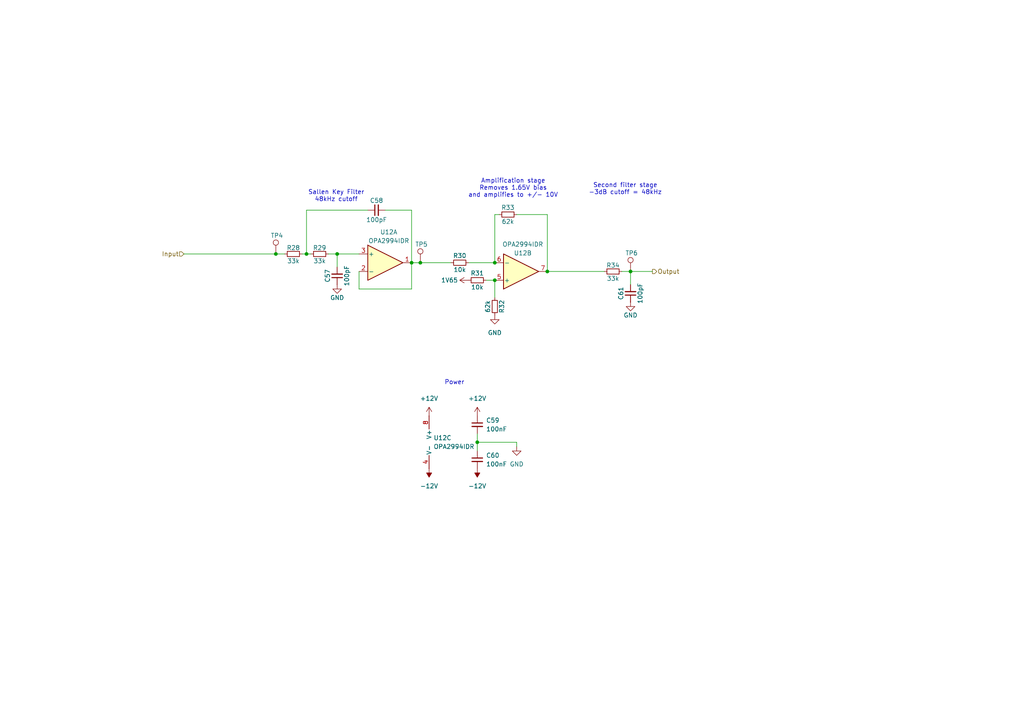
<source format=kicad_sch>
(kicad_sch (version 20231120) (generator "eeschema") (generator_version "8.0")
  (paper "A4")
  (lib_symbols
    (symbol "Amplifier_Operational:OPA2994xD" (pin_names (offset 0.127))
      (property "Reference" "U" (at 0 5.08 0))
      (property "Value" "OPA2994xD" (at 0 -5.08 0))
      (symbol "OPA2994xD_1_1"
        (polyline (pts (xy -5.08 5.08) (xy 5.08 0) (xy -5.08 -5.08) (xy -5.08 5.08)) (stroke (width 0.254)) (fill (type background)))
        (pin output line (at 7.62 0 180) (length 2.54) (name "~") (number "1"))
        (pin input line (at -7.62 -2.54 0) (length 2.54) (name "-") (number "2"))
        (pin input line (at -7.62 2.54 0) (length 2.54) (name "+") (number "3"))
      )
      (symbol "OPA2994xD_2_1"
        (polyline (pts (xy -5.08 5.08) (xy 5.08 0) (xy -5.08 -5.08) (xy -5.08 5.08)) (stroke (width 0.254)) (fill (type background)))
        (pin input line (at -7.62 2.54 0) (length 2.54) (name "+") (number "5"))
        (pin input line (at -7.62 -2.54 0) (length 2.54) (name "-") (number "6"))
        (pin output line (at 7.62 0 180) (length 2.54) (name "~") (number "7"))
      )
      (symbol "OPA2994xD_3_1"
        (pin power_in line (at -2.54 -7.62 90) (length 3.81) (name "V-") (number "4"))
        (pin power_in line (at -2.54 7.62 270) (length 3.81) (name "V+") (number "8"))
      )
    )
    (symbol "Connector:TestPoint" (pin_numbers hide) (pin_names (offset 0.762) hide)
      (property "Reference" "TP" (at 0 6.858 0))
      (property "Value" "TestPoint" (at 0 5.08 0))
      (symbol "TestPoint_0_1"
        (circle (center 0 3.302) (radius 0.762))
      )
      (symbol "TestPoint_1_1"
        (pin passive line (at 0 0 90) (length 2.54) (name "1") (number "1"))
      )
    )
    (symbol "Device:C_Small" (pin_numbers hide) (pin_names (offset 0.254) hide)
      (property "Reference" "C" (at 0.254 1.778 0))
      (property "Value" "C_Small" (at 0.254 -2.032 0))
      (symbol "C_Small_0_1"
        (polyline (pts (xy -1.524 -0.508) (xy 1.524 -0.508)) (stroke (width 0.3302)))
        (polyline (pts (xy -1.524 0.508) (xy 1.524 0.508)) (stroke (width 0.3048)))
      )
      (symbol "C_Small_1_1"
        (pin passive line (at 0 2.54 270) (length 2.032) (name "~") (number "1"))
        (pin passive line (at 0 -2.54 90) (length 2.032) (name "~") (number "2"))
      )
    )
    (symbol "Device:R_Small" (pin_numbers hide) (pin_names (offset 0.254) hide)
      (property "Reference" "R" (at 0.762 0.508 0))
      (property "Value" "R_Small" (at 0.762 -1.016 0))
      (symbol "R_Small_0_1"
        (rectangle (start -0.762 1.778) (end 0.762 -1.778) (stroke (width 0.2032)))
      )
      (symbol "R_Small_1_1"
        (pin passive line (at 0 2.54 270) (length 0.762) (name "~") (number "1"))
        (pin passive line (at 0 -2.54 90) (length 0.762) (name "~") (number "2"))
      )
    )
    (symbol "power:+12V" (power) (pin_numbers hide) (pin_names (offset 0) hide)
      (property "Value" "+12V" (at 0 3.556 0))
      (symbol "+12V_0_1"
        (polyline (pts (xy -0.762 1.27) (xy 0 2.54)))
        (polyline (pts (xy 0 0) (xy 0 2.54)))
        (polyline (pts (xy 0 2.54) (xy 0.762 1.27)))
      )
      (symbol "+12V_1_1"
        (pin power_in line (at 0 0 90) (length 0) (name "~") (number "1"))
      )
    )
    (symbol "power:+15V" (power) (pin_numbers hide) (pin_names (offset 0) hide)
      (property "Value" "+15V" (at 0 3.556 0))
      (symbol "+15V_0_1"
        (polyline (pts (xy -0.762 1.27) (xy 0 2.54)))
        (polyline (pts (xy 0 0) (xy 0 2.54)))
        (polyline (pts (xy 0 2.54) (xy 0.762 1.27)))
      )
      (symbol "+15V_1_1"
        (pin power_in line (at 0 0 90) (length 0) (name "~") (number "1"))
      )
    )
    (symbol "power:-12V" (power) (pin_numbers hide) (pin_names (offset 0) hide)
      (property "Value" "-12V" (at 0 3.556 0))
      (symbol "-12V_0_0"
        (pin power_in line (at 0 0 90) (length 0) (name "~") (number "1"))
      )
      (symbol "-12V_0_1"
        (polyline (pts (xy 0 0) (xy 0 1.27) (xy 0.762 1.27) (xy 0 2.54) (xy -0.762 1.27) (xy 0 1.27)) (fill (type outline)))
      )
    )
    (symbol "power:GND" (power) (pin_numbers hide) (pin_names (offset 0) hide)
      (property "Value" "GND" (at 0 -3.81 0))
      (symbol "GND_0_1"
        (polyline (pts (xy 0 0) (xy 0 -1.27) (xy 1.27 -1.27) (xy 0 -2.54) (xy -1.27 -1.27) (xy 0 -1.27)))
      )
      (symbol "GND_1_1"
        (pin power_in line (at 0 0 270) (length 0) (name "~") (number "1"))
      )
    )
  )
  (junction (at 97.79 73.66))
  (junction (at 119.38 76.2))
  (junction (at 143.51 81.28))
  (junction (at 143.51 76.2))
  (junction (at 138.43 128.27))
  (junction (at 182.88 78.74))
  (junction (at 88.9 73.66))
  (junction (at 121.92 76.2))
  (junction (at 80.01 73.66))
  (junction (at 158.75 78.74))
  (wire (pts (xy 121.92 76.2) (xy 130.81 76.2)))
  (wire (pts (xy 140.97 81.28) (xy 143.51 81.28)))
  (wire (pts (xy 189.23 78.74) (xy 182.88 78.74)))
  (wire (pts (xy 158.75 78.74) (xy 175.26 78.74)))
  (wire (pts (xy 182.88 78.74) (xy 180.34 78.74)))
  (wire (pts (xy 104.14 83.82) (xy 104.14 78.74)))
  (wire (pts (xy 149.86 128.27) (xy 149.86 129.54)))
  (wire (pts (xy 138.43 128.27) (xy 138.43 130.81)))
  (wire (pts (xy 119.38 76.2) (xy 121.92 76.2)))
  (wire (pts (xy 88.9 73.66) (xy 88.9 60.96)))
  (wire (pts (xy 138.43 128.27) (xy 149.86 128.27)))
  (wire (pts (xy 87.63 73.66) (xy 88.9 73.66)))
  (wire (pts (xy 97.79 77.47) (xy 97.79 73.66)))
  (wire (pts (xy 135.89 76.2) (xy 143.51 76.2)))
  (wire (pts (xy 119.38 60.96) (xy 119.38 76.2)))
  (wire (pts (xy 97.79 73.66) (xy 95.25 73.66)))
  (wire (pts (xy 143.51 62.23) (xy 143.51 76.2)))
  (wire (pts (xy 88.9 73.66) (xy 90.17 73.66)))
  (wire (pts (xy 97.79 73.66) (xy 104.14 73.66)))
  (wire (pts (xy 111.76 60.96) (xy 119.38 60.96)))
  (wire (pts (xy 138.43 125.73) (xy 138.43 128.27)))
  (wire (pts (xy 182.88 82.55) (xy 182.88 78.74)))
  (wire (pts (xy 143.51 62.23) (xy 144.78 62.23)))
  (wire (pts (xy 149.86 62.23) (xy 158.75 62.23)))
  (wire (pts (xy 119.38 76.2) (xy 119.38 83.82)))
  (wire (pts (xy 158.75 62.23) (xy 158.75 78.74)))
  (wire (pts (xy 88.9 60.96) (xy 106.68 60.96)))
  (wire (pts (xy 119.38 83.82) (xy 104.14 83.82)))
  (wire (pts (xy 80.01 73.66) (xy 82.55 73.66)))
  (wire (pts (xy 143.51 86.36) (xy 143.51 81.28)))
  (wire (pts (xy 53.34 73.66) (xy 80.01 73.66)))
  (text "Amplification stage\nRemoves 1.65V bias\nand amplifies to +/- 10V" (at 148.844 54.61 0) (effects (font (size 1.27 1.27))))
  (text "Second filter stage\n-3dB cutoff = 48kHz" (at 181.356 54.864 0) (effects (font (size 1.27 1.27))))
  (text "Sallen Key Filter\n48kHz cutoff" (at 97.536 56.896 0) (effects (font (size 1.27 1.27))))
  (text "Power" (at 131.826 110.998 0) (effects (font (size 1.27 1.27))))
  (hierarchical_label "Output" (shape output) (at 189.23 78.74 0))
  (hierarchical_label "Input" (shape input) (at 53.34 73.66 180))
  (symbol (lib_id "Amplifier_Operational:OPA2994xD") (at 127 128.27 0) (unit 3)
    (property "Reference" "U12" (at 125.73 126.9999 0) (effects (justify left)))
    (property "Value" "OPA2994IDR" (at 125.73 129.5399 0) (effects (justify left)))
    (property "Footprint" "Package_SO:SOIC-8_3.9x4.9mm_P1.27mm" (effects (hide yes)))
    (property "Datasheet" "https://www.ti.com/lit/ds/symlink/opa2994.pdf" (effects (hide yes)))
    (property "Description" "Dual Opamp, Rail-to-Rail Input/Output, Unlimited Capacitive Load Drive, 125mA Output Current, 2-32V, 350uV offset, 24MHz GBW, SOIC-8" (effects (hide yes)))
    (instances (project "nanoFunctionGenerator" (path "" (reference "U12") (unit 3)) (path "" (reference "U13") (unit 3)) (path "" (reference "U17") (unit 3)) (path "" (reference "U16") (unit 3)) (path "" (reference "U14") (unit 3)) (path "" (reference "U10") (unit 3)) (path "" (reference "U18") (unit 3)) (path "" (reference "U15") (unit 3))))
  )
  (symbol (lib_id "Connector:TestPoint") (at 80.01 73.66 0) (unit 1)
    (property "Reference" "TP4" (at 78.486 68.326 0) (effects (justify left)))
    (property "Value" "TestPoint" (effects (hide yes)))
    (property "Footprint" "TestPoint:TestPoint_Pad_D1.5mm" (effects (hide yes)))
    (property "Description" "test point" (effects (hide yes)))
    (instances (project "nanoFunctionGenerator" (path "" (reference "TP4") (unit 1)) (path "" (reference "TP7") (unit 1)) (path "" (reference "TP19") (unit 1)) (path "" (reference "TP16") (unit 1)) (path "" (reference "TP10") (unit 1)) (path "" (reference "TP1") (unit 1)) (path "" (reference "TP22") (unit 1)) (path "" (reference "TP13") (unit 1))))
  )
  (symbol (lib_id "Device:C_Small") (at 97.79 80.01 180) (unit 1)
    (property "Reference" "C57" (at 94.996 80.01 90))
    (property "Value" "100pF" (at 100.584 80.01 90))
    (property "Footprint" "Capacitor_SMD:C_0402_1005Metric" (effects (hide yes)))
    (property "Description" "Unpolarized capacitor, small symbol" (effects (hide yes)))
    (instances (project "nanoFunctionGenerator" (path "" (reference "C57") (unit 1)) (path "" (reference "C62") (unit 1)) (path "" (reference "C82") (unit 1)) (path "" (reference "C77") (unit 1)) (path "" (reference "C67") (unit 1)) (path "" (reference "C50") (unit 1)) (path "" (reference "C87") (unit 1)) (path "" (reference "C72") (unit 1))))
  )
  (symbol (lib_id "Device:C_Small") (at 109.22 60.96 90) (unit 1)
    (property "Reference" "C58" (at 109.22 58.166 90))
    (property "Value" "100pF" (at 109.22 63.754 90))
    (property "Footprint" "Capacitor_SMD:C_0402_1005Metric" (effects (hide yes)))
    (property "Description" "Unpolarized capacitor, small symbol" (effects (hide yes)))
    (instances (project "nanoFunctionGenerator" (path "" (reference "C58") (unit 1)) (path "" (reference "C63") (unit 1)) (path "" (reference "C83") (unit 1)) (path "" (reference "C78") (unit 1)) (path "" (reference "C68") (unit 1)) (path "" (reference "C51") (unit 1)) (path "" (reference "C88") (unit 1)) (path "" (reference "C73") (unit 1))))
  )
  (symbol (lib_id "power:+12V") (at 124.46 120.65 0) (unit 1)
    (property "Reference" "#PWR111" (effects (hide yes)))
    (property "Value" "+12V" (at 124.46 115.57 0))
    (property "Description" "Power symbol creates a global label with name \"+12V\"" (effects (hide yes)))
    (instances (project "nanoFunctionGenerator" (path "" (reference "#PWR111") (unit 1)) (path "" (reference "#PWR120") (unit 1)) (path "" (reference "#PWR156") (unit 1)) (path "" (reference "#PWR147") (unit 1)) (path "" (reference "#PWR129") (unit 1)) (path "" (reference "#PWR97") (unit 1)) (path "" (reference "#PWR165") (unit 1)) (path "" (reference "#PWR138") (unit 1))))
  )
  (symbol (lib_id "power:+12V") (at 138.43 120.65 0) (unit 1)
    (property "Reference" "#PWR114" (effects (hide yes)))
    (property "Value" "+12V" (at 138.43 115.57 0))
    (property "Description" "Power symbol creates a global label with name \"+12V\"" (effects (hide yes)))
    (instances (project "nanoFunctionGenerator" (path "" (reference "#PWR114") (unit 1)) (path "" (reference "#PWR123") (unit 1)) (path "" (reference "#PWR159") (unit 1)) (path "" (reference "#PWR150") (unit 1)) (path "" (reference "#PWR132") (unit 1)) (path "" (reference "#PWR99") (unit 1)) (path "" (reference "#PWR168") (unit 1)) (path "" (reference "#PWR141") (unit 1))))
  )
  (symbol (lib_id "Amplifier_Operational:OPA2994xD") (at 111.76 76.2 0) (unit 1)
    (property "Reference" "U12" (at 112.776 67.31 0))
    (property "Value" "OPA2994IDR" (at 112.776 69.85 0))
    (property "Footprint" "Package_SO:SOIC-8_3.9x4.9mm_P1.27mm" (effects (hide yes)))
    (property "Datasheet" "https://www.ti.com/lit/ds/symlink/opa2994.pdf" (effects (hide yes)))
    (property "Description" "Dual Opamp, Rail-to-Rail Input/Output, Unlimited Capacitive Load Drive, 125mA Output Current, 2-32V, 350uV offset, 24MHz GBW, SOIC-8" (effects (hide yes)))
    (instances (project "nanoFunctionGenerator" (path "" (reference "U12") (unit 1)) (path "" (reference "U13") (unit 1)) (path "" (reference "U17") (unit 1)) (path "" (reference "U16") (unit 1)) (path "" (reference "U14") (unit 1)) (path "" (reference "U10") (unit 1)) (path "" (reference "U18") (unit 1)) (path "" (reference "U15") (unit 1))))
  )
  (symbol (lib_id "Device:R_Small") (at 138.43 81.28 90) (unit 1)
    (property "Reference" "R31" (at 138.43 79.248 90))
    (property "Value" "10k" (at 138.43 83.312 90))
    (property "Footprint" "Resistor_SMD:R_0402_1005Metric" (effects (hide yes)))
    (property "Description" "Resistor, small symbol" (effects (hide yes)))
    (instances (project "nanoFunctionGenerator" (path "" (reference "R31") (unit 1)) (path "" (reference "R38") (unit 1)) (path "" (reference "R66") (unit 1)) (path "" (reference "R59") (unit 1)) (path "" (reference "R45") (unit 1)) (path "" (reference "R24") (unit 1)) (path "" (reference "R73") (unit 1)) (path "" (reference "R52") (unit 1))))
  )
  (symbol (lib_id "Device:C_Small") (at 182.88 85.09 180) (unit 1)
    (property "Reference" "C61" (at 180.086 85.09 90))
    (property "Value" "100pF" (at 185.674 85.09 90))
    (property "Footprint" "Capacitor_SMD:C_0402_1005Metric" (effects (hide yes)))
    (property "Description" "Unpolarized capacitor, small symbol" (effects (hide yes)))
    (instances (project "nanoFunctionGenerator" (path "" (reference "C61") (unit 1)) (path "" (reference "C66") (unit 1)) (path "" (reference "C86") (unit 1)) (path "" (reference "C81") (unit 1)) (path "" (reference "C71") (unit 1)) (path "" (reference "C56") (unit 1)) (path "" (reference "C91") (unit 1)) (path "" (reference "C76") (unit 1))))
  )
  (symbol (lib_id "Device:R_Small") (at 143.51 88.9 0) (unit 1)
    (property "Reference" "R32" (at 145.542 88.9 90))
    (property "Value" "62k" (at 141.478 88.9 90))
    (property "Footprint" "Resistor_SMD:R_0402_1005Metric" (effects (hide yes)))
    (property "Description" "Resistor, small symbol" (effects (hide yes)))
    (instances (project "nanoFunctionGenerator" (path "" (reference "R32") (unit 1)) (path "" (reference "R39") (unit 1)) (path "" (reference "R67") (unit 1)) (path "" (reference "R60") (unit 1)) (path "" (reference "R46") (unit 1)) (path "" (reference "R25") (unit 1)) (path "" (reference "R74") (unit 1)) (path "" (reference "R53") (unit 1))))
  )
  (symbol (lib_id "Connector:TestPoint") (at 121.92 76.2 0) (unit 1)
    (property "Reference" "TP5" (at 120.396 70.866 0) (effects (justify left)))
    (property "Value" "TestPoint" (effects (hide yes)))
    (property "Footprint" "TestPoint:TestPoint_Pad_D1.5mm" (effects (hide yes)))
    (property "Description" "test point" (effects (hide yes)))
    (instances (project "nanoFunctionGenerator" (path "" (reference "TP5") (unit 1)) (path "" (reference "TP8") (unit 1)) (path "" (reference "TP20") (unit 1)) (path "" (reference "TP17") (unit 1)) (path "" (reference "TP11") (unit 1)) (path "" (reference "TP2") (unit 1)) (path "" (reference "TP23") (unit 1)) (path "" (reference "TP14") (unit 1))))
  )
  (symbol (lib_id "Connector:TestPoint") (at 182.88 78.74 0) (unit 1)
    (property "Reference" "TP6" (at 181.356 73.406 0) (effects (justify left)))
    (property "Value" "TestPoint" (effects (hide yes)))
    (property "Footprint" "TestPoint:TestPoint_Pad_D1.5mm" (effects (hide yes)))
    (property "Description" "test point" (effects (hide yes)))
    (instances (project "nanoFunctionGenerator" (path "" (reference "TP6") (unit 1)) (path "" (reference "TP9") (unit 1)) (path "" (reference "TP21") (unit 1)) (path "" (reference "TP18") (unit 1)) (path "" (reference "TP12") (unit 1)) (path "" (reference "TP3") (unit 1)) (path "" (reference "TP24") (unit 1)) (path "" (reference "TP15") (unit 1))))
  )
  (symbol (lib_id "power:GND") (at 97.79 82.55 0) (unit 1)
    (property "Reference" "#PWR110" (effects (hide yes)))
    (property "Value" "GND" (at 97.79 86.36 0))
    (property "Description" "Power symbol creates a global label with name \"GND\" , ground" (effects (hide yes)))
    (instances (project "nanoFunctionGenerator" (path "" (reference "#PWR110") (unit 1)) (path "" (reference "#PWR119") (unit 1)) (path "" (reference "#PWR155") (unit 1)) (path "" (reference "#PWR146") (unit 1)) (path "" (reference "#PWR128") (unit 1)) (path "" (reference "#PWR96") (unit 1)) (path "" (reference "#PWR164") (unit 1)) (path "" (reference "#PWR137") (unit 1))))
  )
  (symbol (lib_id "power:GND") (at 143.51 91.44 0) (unit 1)
    (property "Reference" "#PWR116" (effects (hide yes)))
    (property "Value" "GND" (at 143.51 96.52 0))
    (property "Description" "Power symbol creates a global label with name \"GND\" , ground" (effects (hide yes)))
    (instances (project "nanoFunctionGenerator" (path "" (reference "#PWR116") (unit 1)) (path "" (reference "#PWR125") (unit 1)) (path "" (reference "#PWR161") (unit 1)) (path "" (reference "#PWR152") (unit 1)) (path "" (reference "#PWR134") (unit 1)) (path "" (reference "#PWR107") (unit 1)) (path "" (reference "#PWR170") (unit 1)) (path "" (reference "#PWR143") (unit 1))))
  )
  (symbol (lib_id "Device:R_Small") (at 85.09 73.66 90) (unit 1)
    (property "Reference" "R28" (at 85.09 71.882 90))
    (property "Value" "33k" (at 85.09 75.692 90))
    (property "Footprint" "Resistor_SMD:R_0402_1005Metric" (effects (hide yes)))
    (property "Description" "Resistor, small symbol" (effects (hide yes)))
    (instances (project "nanoFunctionGenerator" (path "" (reference "R28") (unit 1)) (path "" (reference "R35") (unit 1)) (path "" (reference "R63") (unit 1)) (path "" (reference "R56") (unit 1)) (path "" (reference "R42") (unit 1)) (path "" (reference "R21") (unit 1)) (path "" (reference "R70") (unit 1)) (path "" (reference "R49") (unit 1))))
  )
  (symbol (lib_id "Amplifier_Operational:OPA2994xD") (at 151.13 78.74 0) (mirror x) (unit 2)
    (property "Reference" "U12" (at 151.638 73.406 0))
    (property "Value" "OPA2994IDR" (at 151.638 70.866 0))
    (property "Footprint" "Package_SO:SOIC-8_3.9x4.9mm_P1.27mm" (effects (hide yes)))
    (property "Datasheet" "https://www.ti.com/lit/ds/symlink/opa2994.pdf" (effects (hide yes)))
    (property "Description" "Dual Opamp, Rail-to-Rail Input/Output, Unlimited Capacitive Load Drive, 125mA Output Current, 2-32V, 350uV offset, 24MHz GBW, SOIC-8" (effects (hide yes)))
    (instances (project "nanoFunctionGenerator" (path "" (reference "U12") (unit 2)) (path "" (reference "U13") (unit 2)) (path "" (reference "U17") (unit 2)) (path "" (reference "U16") (unit 2)) (path "" (reference "U14") (unit 2)) (path "" (reference "U10") (unit 2)) (path "" (reference "U18") (unit 2)) (path "" (reference "U15") (unit 2))))
  )
  (symbol (lib_id "power:GND") (at 149.86 129.54 0) (unit 1)
    (property "Reference" "#PWR117" (effects (hide yes)))
    (property "Value" "GND" (at 149.86 134.62 0))
    (property "Description" "Power symbol creates a global label with name \"GND\" , ground" (effects (hide yes)))
    (instances (project "nanoFunctionGenerator" (path "" (reference "#PWR117") (unit 1)) (path "" (reference "#PWR126") (unit 1)) (path "" (reference "#PWR162") (unit 1)) (path "" (reference "#PWR153") (unit 1)) (path "" (reference "#PWR135") (unit 1)) (path "" (reference "#PWR108") (unit 1)) (path "" (reference "#PWR171") (unit 1)) (path "" (reference "#PWR144") (unit 1))))
  )
  (symbol (lib_id "Device:R_Small") (at 133.35 76.2 90) (unit 1)
    (property "Reference" "R30" (at 133.35 74.168 90))
    (property "Value" "10k" (at 133.35 78.232 90))
    (property "Footprint" "Resistor_SMD:R_0402_1005Metric" (effects (hide yes)))
    (property "Description" "Resistor, small symbol" (effects (hide yes)))
    (instances (project "nanoFunctionGenerator" (path "" (reference "R30") (unit 1)) (path "" (reference "R37") (unit 1)) (path "" (reference "R65") (unit 1)) (path "" (reference "R58") (unit 1)) (path "" (reference "R44") (unit 1)) (path "" (reference "R23") (unit 1)) (path "" (reference "R72") (unit 1)) (path "" (reference "R51") (unit 1))))
  )
  (symbol (lib_id "power:+15V") (at 135.89 81.28 90) (unit 1)
    (property "Reference" "#PWR113" (effects (hide yes)))
    (property "Value" "1V65" (at 132.842 81.28 90) (effects (justify left)))
    (property "Description" "Power symbol creates a global label with name \"+15V\"" (effects (hide yes)))
    (instances (project "nanoFunctionGenerator" (path "" (reference "#PWR113") (unit 1)) (path "" (reference "#PWR122") (unit 1)) (path "" (reference "#PWR158") (unit 1)) (path "" (reference "#PWR149") (unit 1)) (path "" (reference "#PWR131") (unit 1)) (path "" (reference "#PWR101") (unit 1)) (path "" (reference "#PWR167") (unit 1)) (path "" (reference "#PWR140") (unit 1))))
  )
  (symbol (lib_id "power:-12V") (at 138.43 135.89 180) (unit 1)
    (property "Reference" "#PWR115" (effects (hide yes)))
    (property "Value" "-12V" (at 138.43 140.97 0))
    (property "Description" "Power symbol creates a global label with name \"-12V\"" (effects (hide yes)))
    (instances (project "nanoFunctionGenerator" (path "" (reference "#PWR115") (unit 1)) (path "" (reference "#PWR124") (unit 1)) (path "" (reference "#PWR160") (unit 1)) (path "" (reference "#PWR151") (unit 1)) (path "" (reference "#PWR133") (unit 1)) (path "" (reference "#PWR100") (unit 1)) (path "" (reference "#PWR169") (unit 1)) (path "" (reference "#PWR142") (unit 1))))
  )
  (symbol (lib_id "power:GND") (at 182.88 87.63 0) (unit 1)
    (property "Reference" "#PWR118" (effects (hide yes)))
    (property "Value" "GND" (at 182.88 91.44 0))
    (property "Description" "Power symbol creates a global label with name \"GND\" , ground" (effects (hide yes)))
    (instances (project "nanoFunctionGenerator" (path "" (reference "#PWR118") (unit 1)) (path "" (reference "#PWR127") (unit 1)) (path "" (reference "#PWR163") (unit 1)) (path "" (reference "#PWR154") (unit 1)) (path "" (reference "#PWR136") (unit 1)) (path "" (reference "#PWR109") (unit 1)) (path "" (reference "#PWR172") (unit 1)) (path "" (reference "#PWR145") (unit 1))))
  )
  (symbol (lib_id "Device:R_Small") (at 92.71 73.66 90) (unit 1)
    (property "Reference" "R29" (at 92.71 71.882 90))
    (property "Value" "33k" (at 92.71 75.692 90))
    (property "Footprint" "Resistor_SMD:R_0402_1005Metric" (effects (hide yes)))
    (property "Description" "Resistor, small symbol" (effects (hide yes)))
    (instances (project "nanoFunctionGenerator" (path "" (reference "R29") (unit 1)) (path "" (reference "R36") (unit 1)) (path "" (reference "R64") (unit 1)) (path "" (reference "R57") (unit 1)) (path "" (reference "R43") (unit 1)) (path "" (reference "R22") (unit 1)) (path "" (reference "R71") (unit 1)) (path "" (reference "R50") (unit 1))))
  )
  (symbol (lib_id "Device:R_Small") (at 147.32 62.23 90) (unit 1)
    (property "Reference" "R33" (at 147.32 60.198 90))
    (property "Value" "62k" (at 147.32 64.262 90))
    (property "Footprint" "Resistor_SMD:R_0402_1005Metric" (effects (hide yes)))
    (property "Description" "Resistor, small symbol" (effects (hide yes)))
    (instances (project "nanoFunctionGenerator" (path "" (reference "R33") (unit 1)) (path "" (reference "R40") (unit 1)) (path "" (reference "R68") (unit 1)) (path "" (reference "R61") (unit 1)) (path "" (reference "R47") (unit 1)) (path "" (reference "R26") (unit 1)) (path "" (reference "R75") (unit 1)) (path "" (reference "R54") (unit 1))))
  )
  (symbol (lib_id "Device:C_Small") (at 138.43 123.19 0) (unit 1)
    (property "Reference" "C59" (at 140.97 121.9262 0) (effects (justify left)))
    (property "Value" "100nF" (at 140.97 124.4662 0) (effects (justify left)))
    (property "Footprint" "Capacitor_SMD:C_0402_1005Metric" (effects (hide yes)))
    (property "Description" "Unpolarized capacitor, small symbol" (effects (hide yes)))
    (instances (project "nanoFunctionGenerator" (path "" (reference "C59") (unit 1)) (path "" (reference "C64") (unit 1)) (path "" (reference "C84") (unit 1)) (path "" (reference "C79") (unit 1)) (path "" (reference "C69") (unit 1)) (path "" (reference "C52") (unit 1)) (path "" (reference "C89") (unit 1)) (path "" (reference "C74") (unit 1))))
  )
  (symbol (lib_id "power:-12V") (at 124.46 135.89 180) (unit 1)
    (property "Reference" "#PWR112" (effects (hide yes)))
    (property "Value" "-12V" (at 124.46 140.97 0))
    (property "Description" "Power symbol creates a global label with name \"-12V\"" (effects (hide yes)))
    (instances (project "nanoFunctionGenerator" (path "" (reference "#PWR112") (unit 1)) (path "" (reference "#PWR121") (unit 1)) (path "" (reference "#PWR157") (unit 1)) (path "" (reference "#PWR148") (unit 1)) (path "" (reference "#PWR130") (unit 1)) (path "" (reference "#PWR98") (unit 1)) (path "" (reference "#PWR166") (unit 1)) (path "" (reference "#PWR139") (unit 1))))
  )
  (symbol (lib_id "Device:C_Small") (at 138.43 133.35 0) (unit 1)
    (property "Reference" "C60" (at 140.97 132.0862 0) (effects (justify left)))
    (property "Value" "100nF" (at 140.97 134.6262 0) (effects (justify left)))
    (property "Footprint" "Capacitor_SMD:C_0402_1005Metric" (effects (hide yes)))
    (property "Description" "Unpolarized capacitor, small symbol" (effects (hide yes)))
    (instances (project "nanoFunctionGenerator" (path "" (reference "C60") (unit 1)) (path "" (reference "C65") (unit 1)) (path "" (reference "C85") (unit 1)) (path "" (reference "C80") (unit 1)) (path "" (reference "C70") (unit 1)) (path "" (reference "C53") (unit 1)) (path "" (reference "C90") (unit 1)) (path "" (reference "C75") (unit 1))))
  )
  (symbol (lib_id "Device:R_Small") (at 177.8 78.74 90) (unit 1)
    (property "Reference" "R34" (at 177.8 76.962 90))
    (property "Value" "33k" (at 177.8 80.772 90))
    (property "Footprint" "Resistor_SMD:R_0402_1005Metric" (effects (hide yes)))
    (property "Description" "Resistor, small symbol" (effects (hide yes)))
    (instances (project "nanoFunctionGenerator" (path "" (reference "R34") (unit 1)) (path "" (reference "R41") (unit 1)) (path "" (reference "R69") (unit 1)) (path "" (reference "R62") (unit 1)) (path "" (reference "R48") (unit 1)) (path "" (reference "R27") (unit 1)) (path "" (reference "R76") (unit 1)) (path "" (reference "R55") (unit 1))))
  )
)
</source>
